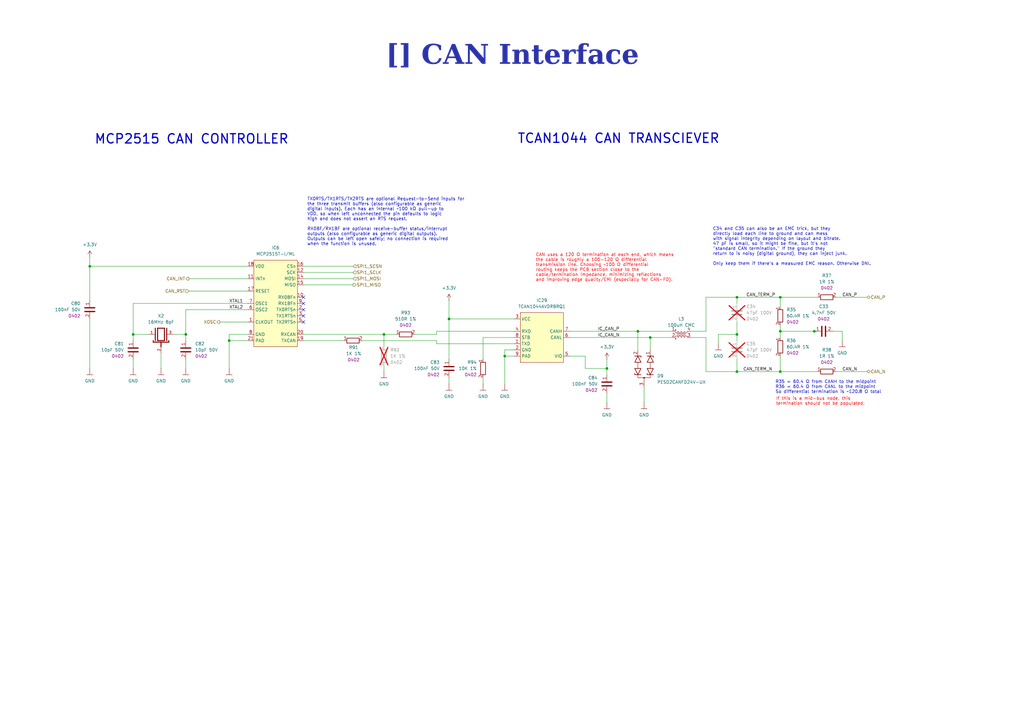
<source format=kicad_sch>
(kicad_sch (version 20250114) (generator "eeschema") (generator_version "9.0")
  (paper "A3")
  (title_block (title "CAN Interface") (date "2026-01-31") (rev "${REVISION}") (company "${COMPANY}"))
  (lib_symbols
    (symbol "DS_Capacitor_0402:100nF 50V 0402"
      (property "Reference" "C" (at 3.81 2.032 0))
      (property "Value" "100nF 50V" (at 3.81 0 0))
      (property "FOOTPRINT_SHORT" "0402" (at 3.81 -2.032 0))
      (symbol "100nF 50V 0402_0_1"
        (polyline (pts (xy -2.032 0.762) (xy 2.032 0.762)) (stroke (width 0.508)))
        (polyline (pts (xy -2.032 -0.762) (xy 2.032 -0.762)) (stroke (width 0.508)))
      )
      (symbol "100nF 50V 0402_1_1"
        (pin passive line (at 0 3.81 270) (length 2.794) (name "~") (number "1"))
        (pin passive line (at 0 -3.81 90) (length 2.794) (name "~") (number "2"))
      )
    )
    (symbol "DS_Capacitor_0402:10pF 50V 0402"
      (property "Reference" "C" (at 3.81 2.032 0))
      (property "Value" "10pF 50V" (at 3.81 0 0))
      (property "FOOTPRINT_SHORT" "0402" (at 3.81 -2.032 0))
      (symbol "10pF 50V 0402_0_1"
        (polyline (pts (xy -2.032 0.762) (xy 2.032 0.762)) (stroke (width 0.508)))
        (polyline (pts (xy -2.032 -0.762) (xy 2.032 -0.762)) (stroke (width 0.508)))
      )
      (symbol "10pF 50V 0402_1_1"
        (pin passive line (at 0 3.81 270) (length 2.794) (name "~") (number "1"))
        (pin passive line (at 0 -3.81 90) (length 2.794) (name "~") (number "2"))
      )
    )
    (symbol "DS_Capacitor_0402:4.7nF 50V 0402"
      (property "Reference" "C" (at 3.81 2.032 0))
      (property "Value" "4.7nF 50V" (at 3.81 0 0))
      (property "FOOTPRINT_SHORT" "0402" (at 3.81 -2.032 0))
      (symbol "4.7nF 50V 0402_0_1"
        (polyline (pts (xy -2.032 0.762) (xy 2.032 0.762)) (stroke (width 0.508)))
        (polyline (pts (xy -2.032 -0.762) (xy 2.032 -0.762)) (stroke (width 0.508)))
      )
      (symbol "4.7nF 50V 0402_1_1"
        (pin passive line (at 0 3.81 270) (length 2.794) (name "~") (number "1"))
        (pin passive line (at 0 -3.81 90) (length 2.794) (name "~") (number "2"))
      )
    )
    (symbol "DS_Capacitor_0402:47pF 100V 0402"
      (property "Reference" "C" (at 3.81 2.032 0))
      (property "Value" "47pF 100V" (at 3.81 0 0))
      (property "FOOTPRINT_SHORT" "0402" (at 3.81 -2.032 0))
      (symbol "47pF 100V 0402_0_1"
        (polyline (pts (xy -2.032 0.762) (xy 2.032 0.762)) (stroke (width 0.508)))
        (polyline (pts (xy -2.032 -0.762) (xy 2.032 -0.762)) (stroke (width 0.508)))
      )
      (symbol "47pF 100V 0402_1_1"
        (pin passive line (at 0 3.81 270) (length 2.794) (name "~") (number "1"))
        (pin passive line (at 0 -3.81 90) (length 2.794) (name "~") (number "2"))
      )
    )
    (symbol "DS_Crystal:16MHz_2016"
      (property "Reference" "X" (at 0 4.318 0))
      (property "Value" "16MHz 8pF" (at 1.778 -4.826 0))
      (symbol "16MHz_2016_0_0"
        (polyline (pts (xy -3.175 -2.54) (xy -3.175 -3.175)) (stroke (width 0.4064)))
        (polyline (pts (xy -3.175 -3.175) (xy 0 -3.175)) (stroke (width 0.4064)))
        (polyline (pts (xy -2.3368 2.54) (xy -2.3368 -2.54)) (stroke (width 0.4064)))
        (polyline (pts (xy -1.397 2.54) (xy -1.397 -2.54)) (stroke (width 0.4064)))
        (polyline (pts (xy -1.397 2.54) (xy 1.397 2.54)) (stroke (width 0.4064)))
        (polyline (pts (xy 0 -3.175) (xy 3.175 -3.175)) (stroke (width 0.4064)))
        (polyline (pts (xy 0 -5.08) (xy 0 -3.175)) (stroke (width 0.4064)))
        (polyline (pts (xy 1.397 2.54) (xy 1.397 -2.54)) (stroke (width 0.4064)))
        (polyline (pts (xy 1.397 -2.54) (xy -1.397 -2.54)) (stroke (width 0.4064)))
        (polyline (pts (xy 2.3368 2.54) (xy 2.3368 -2.54)) (stroke (width 0.4064)))
        (polyline (pts (xy 3.175 -3.175) (xy 3.175 -2.54)) (stroke (width 0.4064)))
        (pin passive line (at -5.08 0 0) (length 2.54) (name "~") (number "1"))
        (pin power_in line (at 0 -7.62 90) (length 2.54) (name "~") (number "2"))
        (pin passive line (at 5.08 0 180) (length 2.54) (name "~") (number "3"))
      )
    )
    (symbol "DS_Diode:PESD2CANFD24V-UX"
      (property "Reference" "D" (at 5.588 1.778 0))
      (property "Value" "PESD2CANFD24V-UX" (at 5.588 -0.254 0))
      (symbol "PESD2CANFD24V-UX_0_1"
        (polyline (pts (xy -3.81 3.81) (xy -1.27 3.81) (xy -1.27 3.302)) (stroke (width 0.254)))
        (polyline (pts (xy -2.54 -1.27) (xy -2.54 1.27)))
        (polyline (pts (xy -1.27 1.27) (xy -3.81 1.27) (xy -2.54 3.81) (xy -1.27 1.27)) (stroke (width 0.254)))
        (polyline (pts (xy 0 6.35) (xy 0 5.08)))
        (polyline (pts (xy 1.27 -1.27) (xy 3.81 -1.27) (xy 2.54 -3.81) (xy 1.27 -1.27)) (stroke (width 0.254)))
        (polyline (pts (xy 2.54 5.08) (xy -2.54 5.08)))
        (polyline (pts (xy 2.54 3.81) (xy 2.54 5.08)) (stroke (width 0.1524)))
        (polyline (pts (xy 2.54 -1.27) (xy 2.54 1.27)))
        (polyline (pts (xy 3.81 -3.81) (xy 1.27 -3.81) (xy 1.27 -3.302)) (stroke (width 0.254)))
        (pin passive line (at 0 8.89 270) (length 2.54) (name "A") (number "3"))
      )
      (symbol "PESD2CANFD24V-UX_1_1"
        (polyline (pts (xy -3.81 -1.27) (xy -1.27 -1.27) (xy -2.54 -3.81) (xy -3.81 -1.27)) (stroke (width 0.254)))
        (polyline (pts (xy -2.54 3.81) (xy -2.54 5.08)) (stroke (width 0.1524)))
        (polyline (pts (xy -1.27 -3.81) (xy -3.81 -3.81) (xy -3.81 -3.302)) (stroke (width 0.254)))
        (circle (center 0 5.08) (radius 0.254) (fill (type outline)))
        (polyline (pts (xy 1.27 3.81) (xy 3.81 3.81) (xy 3.81 3.302)) (stroke (width 0.254)))
        (polyline (pts (xy 3.81 1.27) (xy 1.27 1.27) (xy 2.54 3.81) (xy 3.81 1.27)) (stroke (width 0.254)))
        (pin passive line (at -2.54 -6.35 90) (length 2.54) (name "K1") (number "1"))
        (pin passive line (at 2.54 -6.35 90) (length 2.54) (name "K2") (number "2"))
      )
    )
    (symbol "DS_Inductor:ACT1210D-101-2P-TL00"
      (property "Reference" "L" (at 0 6.604 0))
      (property "Value" "100uH CMC" (at 0 4.318 0))
      (symbol "ACT1210D-101-2P-TL00_0_1"
        (circle (center -2.286 1.778) (radius 0.1301) (stroke (width 0.254)))
        (circle (center -2.286 -1.778) (radius 0.1301) (stroke (width 0.254)))
        (arc (start -1.27 1.27) (mid -1.905 0.6377) (end -2.54 1.27))
        (arc (start -2.54 -1.27) (mid -1.905 -0.6377) (end -1.27 -1.27))
        (polyline (pts (xy -1.778 0.254) (xy 1.778 0.254)))
        (polyline (pts (xy -1.778 -0.254) (xy 1.778 -0.254)))
        (arc (start 0 1.27) (mid -0.635 0.6377) (end -1.27 1.27))
        (arc (start -1.27 -1.27) (mid -0.635 -0.6377) (end 0 -1.27))
        (arc (start 1.27 1.27) (mid 0.635 0.6377) (end 0 1.27))
        (arc (start 0 -1.27) (mid 0.635 -0.6377) (end 1.27 -1.27))
        (arc (start 2.54 1.27) (mid 1.905 0.6377) (end 1.27 1.27))
        (arc (start 1.27 -1.27) (mid 1.905 -0.6377) (end 2.54 -1.27))
      )
      (symbol "ACT1210D-101-2P-TL00_1_1"
        (pin passive line (at -3.81 1.27 0) (length 1.27) (name "") (number "1"))
        (pin passive line (at -3.81 -1.27 0) (length 1.27) (name "") (number "2"))
        (pin passive line (at 3.81 1.27 180) (length 1.27) (name "") (number "4"))
        (pin passive line (at 3.81 -1.27 180) (length 1.27) (name "") (number "3"))
      )
    )
    (symbol "DS_Peripherals:MCP2515T-I/ML"
      (property "Reference" "IC" (at -7.874 19.05 0))
      (property "Value" "MCP2515T-I/ML" (at -0.254 -19.558 0))
      (symbol "MCP2515T-I/ML_0_1"
        (rectangle (start -8.89 17.78) (end 8.89 -17.78) (fill (type background)))
      )
      (symbol "MCP2515T-I/ML_1_1"
        (pin power_in line (at -11.43 15.24 0) (length 2.54) (name "VDD") (number "18"))
        (pin output line (at -11.43 10.16 0) (length 2.54) (name "INTn") (number "11"))
        (pin no_connect line (at -11.43 7.62 0) (length 2.54) (hide yes) (name "NC") (number "13"))
        (pin input line (at -11.43 5.08 0) (length 2.54) (name "RESET") (number "17"))
        (pin no_connect line (at -11.43 2.54 0) (length 2.54) (hide yes) (name "NC") (number "4"))
        (pin input line (at -11.43 0 0) (length 2.54) (name "OSC1") (number "7"))
        (pin output line (at -11.43 -2.54 0) (length 2.54) (name "OSC2") (number "6"))
        (pin output line (at -11.43 -7.62 0) (length 2.54) (name "CLKOUT") (number "1"))
        (pin power_in line (at -11.43 -12.7 0) (length 2.54) (name "GND") (number "8"))
        (pin power_in line (at -11.43 -15.24 0) (length 2.54) (name "PAD") (number "21"))
        (pin input line (at 11.43 15.24 180) (length 2.54) (name "CSn") (number "16"))
        (pin input line (at 11.43 12.7 180) (length 2.54) (name "SCK") (number "12"))
        (pin input line (at 11.43 10.16 180) (length 2.54) (name "MOSI") (number "14"))
        (pin output line (at 11.43 7.62 180) (length 2.54) (name "MISO") (number "15"))
        (pin output line (at 11.43 2.54 180) (length 2.54) (name "RX0BFn") (number "10"))
        (pin output line (at 11.43 0 180) (length 2.54) (name "RX1BFn") (number "9"))
        (pin input line (at 11.43 -2.54 180) (length 2.54) (name "TX0RTSn") (number "2"))
        (pin input line (at 11.43 -5.08 180) (length 2.54) (name "TX1RTSn") (number "3"))
        (pin input line (at 11.43 -7.62 180) (length 2.54) (name "TX2RTSn") (number "5"))
        (pin input line (at 11.43 -12.7 180) (length 2.54) (name "RXCAN") (number "20"))
        (pin output line (at 11.43 -15.24 180) (length 2.54) (name "TXCAN") (number "19"))
      )
    )
    (symbol "DS_Peripherals:TJA1042BTK"
      (property "Reference" "IC" (at -6.858 11.43 0))
      (property "Value" "TCAN1044AVDRBRQ1" (at -0.254 -11.938 0))
      (symbol "TJA1042BTK_0_1"
        (rectangle (start -8.89 10.16) (end 8.89 -10.16) (fill (type background)))
      )
      (symbol "TJA1042BTK_1_1"
        (pin power_in line (at -11.43 7.62 0) (length 2.54) (name "VCC") (number "3"))
        (pin output line (at -11.43 2.54 0) (length 2.54) (name "RXD") (number "4"))
        (pin input line (at -11.43 0 0) (length 2.54) (name "STB") (number "8"))
        (pin input line (at -11.43 -2.54 0) (length 2.54) (name "TXD") (number "1"))
        (pin power_in line (at -11.43 -5.08 0) (length 2.54) (name "GND") (number "2"))
        (pin power_in line (at -11.43 -7.62 0) (length 2.54) (name "PAD") (number "9"))
        (pin input line (at 11.43 2.54 180) (length 2.54) (name "CANH") (number "7"))
        (pin output line (at 11.43 0 180) (length 2.54) (name "CANL") (number "6"))
        (pin output line (at 11.43 -7.62 180) (length 2.54) (name "VIO") (number "5"))
      )
    )
    (symbol "DS_Resistor_0402:10K 1% 0402"
      (property "Reference" "R" (at 2.032 2.032 0))
      (property "Value" "10K 1%" (at 2.032 0 0))
      (property "FOOTPRINT_SHORT" "0402" (at 2.032 -2.032 0))
      (symbol "10K 1% 0402_0_1"
        (rectangle (start -1.016 2.54) (end 1.016 -2.54) (stroke (width 0.254)))
      )
      (symbol "10K 1% 0402_1_1"
        (pin passive line (at 0 3.81 270) (length 1.27) (name "~") (number "1"))
        (pin passive line (at 0 -3.81 90) (length 1.27) (name "~") (number "2"))
      )
    )
    (symbol "DS_Resistor_0402:1K 1% 0402"
      (property "Reference" "R" (at 2.032 2.032 0))
      (property "Value" "1K 1%" (at 2.032 0 0))
      (property "FOOTPRINT_SHORT" "0402" (at 2.032 -2.032 0))
      (symbol "1K 1% 0402_0_1"
        (rectangle (start -1.016 2.54) (end 1.016 -2.54) (stroke (width 0.254)))
      )
      (symbol "1K 1% 0402_1_1"
        (pin passive line (at 0 3.81 270) (length 1.27) (name "~") (number "1"))
        (pin passive line (at 0 -3.81 90) (length 1.27) (name "~") (number "2"))
      )
    )
    (symbol "DS_Resistor_0402:1R 1% 0402"
      (property "Reference" "R" (at 2.032 2.032 0))
      (property "Value" "1R 1%" (at 2.032 0 0))
      (property "FOOTPRINT_SHORT" "0402" (at 2.032 -2.032 0))
      (symbol "1R 1% 0402_0_1"
        (rectangle (start -1.016 2.54) (end 1.016 -2.54) (stroke (width 0.254)))
      )
      (symbol "1R 1% 0402_1_1"
        (pin passive line (at 0 3.81 270) (length 1.27) (name "~") (number "1"))
        (pin passive line (at 0 -3.81 90) (length 1.27) (name "~") (number "2"))
      )
    )
    (symbol "DS_Resistor_0402:510R 1% 0402"
      (property "Reference" "R" (at 2.032 2.032 0))
      (property "Value" "510R 1%" (at 2.032 0 0))
      (property "FOOTPRINT_SHORT" "0402" (at 2.032 -2.032 0))
      (symbol "510R 1% 0402_0_1"
        (rectangle (start -1.016 2.54) (end 1.016 -2.54) (stroke (width 0.254)))
      )
      (symbol "510R 1% 0402_1_1"
        (pin passive line (at 0 3.81 270) (length 1.27) (name "~") (number "1"))
        (pin passive line (at 0 -3.81 90) (length 1.27) (name "~") (number "2"))
      )
    )
    (symbol "DS_Resistor_0402:60.4R 1% 0402"
      (property "Reference" "R" (at 2.032 2.032 0))
      (property "Value" "60.4R 1%" (at 2.032 0 0))
      (property "FOOTPRINT_SHORT" "0402" (at 2.032 -2.032 0))
      (symbol "60.4R 1% 0402_0_1"
        (rectangle (start -1.016 2.54) (end 1.016 -2.54) (stroke (width 0.254)))
      )
      (symbol "60.4R 1% 0402_1_1"
        (pin passive line (at 0 3.81 270) (length 1.27) (name "~") (number "1"))
        (pin passive line (at 0 -3.81 90) (length 1.27) (name "~") (number "2"))
      )
    )
    (symbol "DS_Supply:GND" (power) (pin_numbers (hide yes)) (pin_names (offset 0) (hide yes))
      (property "Value" "GND" (at 0 -3.81 0))
      (symbol "GND_0_1"
        (polyline (pts (xy 0 0) (xy 0 -2.54) (xy 1.27 -2.54) (xy 0 -2.54) (xy -1.27 -2.54) (xy 0 -2.54)))
      )
      (symbol "GND_1_1"
        (pin power_in line (at 0 0 270) (length 0) (name "~") (number "1"))
      )
    )
    (symbol "power:+3.3V" (power) (pin_numbers (hide yes)) (pin_names (offset 0) (hide yes))
      (property "Value" "+3.3V" (at 0 3.556 0))
      (symbol "+3.3V_0_1"
        (polyline (pts (xy -0.762 1.27) (xy 0 2.54)))
        (polyline (pts (xy 0 2.54) (xy 0.762 1.27)))
        (polyline (pts (xy 0 0) (xy 0 2.54)))
      )
      (symbol "+3.3V_1_1"
        (pin power_in line (at 0 0 90) (length 0) (name "~") (number "1"))
      )
    )
  )
  (text "MCP2515 CAN CONTROLLER" (at 38.608 57.15 0) (effects (font (size 3.81 3.81) (thickness 0.508) (bold yes)) (justify left)))
  (text "R35 = 60.4 Ω from CANH to the midpoint\nR36 = 60.4 Ω from CANL to the midpoint\nSo differential termination is ~120.8 Ω total" (at 318.008 158.75 0) (effects (font (size 1.27 1.27)) (justify left)))
  (text "TX0RTS/TX1RTS/TX2RTS are optional Request-to-Send inputs for \nthe three transmit buffers (also configurable as generic \ndigital inputs). Each has an internal ~100 kΩ pull-up to \nVDD, so when left unconnected the pin defaults to logic \nhigh and does not assert an RTS request.\n\nRX0BF/RX1BF are optional receive-buffer status/interrupt \noutputs (also configurable as generic digital outputs). \nOutputs can be left open safely; no connection is required \nwhen the function is unused." (at 125.984 90.932 0) (effects (font (size 1.27 1.27)) (justify left)))
  (text "CAN uses a 120 Ω termination at each end, which means \nthe cable is roughly a 100-120 Ω differential \ntransmission line. Choosing ~100 Ω differential \nrouting keeps the PCB section close to the \ncable/termination impedance, minimizing reflections \nand improving edge quality/EMI (especially for CAN-FD)." (at 219.71 109.728 0) (effects (font (size 1.27 1.27)) (justify left)))
  (text "C34 and C35 can also be an EMC trick, but they \ndirectly load each line to ground and can mess \nwith signal integrity depending on layout and bitrate.\n47 pF is small, so it might be fine, but it's not \n\"standard CAN termination.\" If the ground they \nreturn to is noisy (digital ground), they can inject junk.\n\nOnly keep them if there's a measured EMC reason. Otherwise DNI." (at 292.354 101.092 0) (effects (font (size 1.27 1.27)) (justify left)))
  (text "If this is a mid-bus node, this \ntermination should not be populated." (at 318.262 164.592 0) (effects (font (size 1.27 1.27)) (justify left)))
  (text "TCAN1044 CAN TRANSCIEVER" (at 212.09 56.896 0) (effects (font (size 3.81 3.81) (thickness 0.508) (bold yes)) (justify left)))
  (text_box "[${#}] ${TITLE}" (at 12.7 16.51 0) (size 394.97 12.7) (margins 5.9999 5.9999 5.9999 5.9999) (stroke (width -0.0001)) (effects (font (size 8 8) (thickness 1.2) (bold yes))))
  (junction (at 54.61 137.16))
  (junction (at 334.01 135.89))
  (junction (at 266.7 138.43))
  (junction (at 76.2 137.16))
  (junction (at 320.04 121.92))
  (junction (at 320.04 135.89))
  (junction (at 302.26 121.92))
  (junction (at 320.04 152.4))
  (junction (at 261.62 135.89))
  (junction (at 184.15 130.81))
  (junction (at 302.26 152.4))
  (junction (at 36.83 109.22))
  (junction (at 302.26 137.16))
  (junction (at 93.98 139.7))
  (junction (at 207.01 146.05))
  (junction (at 248.92 151.13))
  (junction (at 157.48 137.16))
  (no_connect (at 124.46 127))
  (no_connect (at 124.46 132.08))
  (no_connect (at 124.46 129.54))
  (no_connect (at 124.46 124.46))
  (no_connect (at 124.46 121.92))
  (wire (pts (xy 302.26 121.92) (xy 320.04 121.92)))
  (wire (pts (xy 36.83 109.22) (xy 101.6 109.22)))
  (wire (pts (xy 184.15 130.81) (xy 184.15 147.32)))
  (wire (pts (xy 248.92 147.32) (xy 248.92 151.13)))
  (wire (pts (xy 289.56 135.89) (xy 289.56 121.92)))
  (wire (pts (xy 266.7 138.43) (xy 275.59 138.43)))
  (wire (pts (xy 264.16 158.75) (xy 264.16 165.1)))
  (wire (pts (xy 93.98 139.7) (xy 101.6 139.7)))
  (wire (pts (xy 179.07 135.89) (xy 210.82 135.89)))
  (wire (pts (xy 240.03 151.13) (xy 248.92 151.13)))
  (wire (pts (xy 184.15 123.19) (xy 184.15 130.81)))
  (wire (pts (xy 179.07 135.89) (xy 179.07 137.16)))
  (wire (pts (xy 320.04 121.92) (xy 335.28 121.92)))
  (wire (pts (xy 334.01 135.89) (xy 320.04 135.89)))
  (wire (pts (xy 179.07 139.7) (xy 179.07 140.97)))
  (wire (pts (xy 233.68 135.89) (xy 261.62 135.89)))
  (wire (pts (xy 124.46 137.16) (xy 157.48 137.16)))
  (wire (pts (xy 289.56 152.4) (xy 302.26 152.4)))
  (wire (pts (xy 198.12 138.43) (xy 198.12 147.32)))
  (wire (pts (xy 248.92 165.1) (xy 248.92 161.29)))
  (wire (pts (xy 66.04 151.13) (xy 66.04 144.78)))
  (wire (pts (xy 320.04 135.89) (xy 320.04 138.43)))
  (wire (pts (xy 320.04 121.92) (xy 320.04 125.73)))
  (wire (pts (xy 207.01 146.05) (xy 210.82 146.05)))
  (wire (pts (xy 54.61 124.46) (xy 101.6 124.46)))
  (wire (pts (xy 157.48 149.86) (xy 157.48 152.4)))
  (wire (pts (xy 71.12 137.16) (xy 76.2 137.16)))
  (wire (pts (xy 283.21 138.43) (xy 289.56 138.43)))
  (wire (pts (xy 233.68 146.05) (xy 240.03 146.05)))
  (wire (pts (xy 124.46 116.84) (xy 144.78 116.84)))
  (wire (pts (xy 240.03 146.05) (xy 240.03 151.13)))
  (wire (pts (xy 198.12 157.48) (xy 198.12 154.94)))
  (wire (pts (xy 148.59 139.7) (xy 179.07 139.7)))
  (wire (pts (xy 335.28 135.89) (xy 334.01 135.89)))
  (wire (pts (xy 342.9 121.92) (xy 355.6 121.92)))
  (wire (pts (xy 302.26 147.32) (xy 302.26 152.4)))
  (wire (pts (xy 124.46 109.22) (xy 144.78 109.22)))
  (wire (pts (xy 124.46 114.3) (xy 144.78 114.3)))
  (wire (pts (xy 54.61 137.16) (xy 54.61 139.7)))
  (wire (pts (xy 248.92 151.13) (xy 248.92 153.67)))
  (wire (pts (xy 345.44 135.89) (xy 345.44 139.7)))
  (wire (pts (xy 124.46 111.76) (xy 144.78 111.76)))
  (wire (pts (xy 320.04 152.4) (xy 335.28 152.4)))
  (wire (pts (xy 184.15 154.94) (xy 184.15 157.48)))
  (wire (pts (xy 101.6 137.16) (xy 93.98 137.16)))
  (wire (pts (xy 207.01 143.51) (xy 210.82 143.51)))
  (wire (pts (xy 261.62 135.89) (xy 275.59 135.89)))
  (wire (pts (xy 93.98 139.7) (xy 93.98 151.13)))
  (wire (pts (xy 76.2 151.13) (xy 76.2 147.32)))
  (wire (pts (xy 207.01 146.05) (xy 207.01 143.51)))
  (wire (pts (xy 36.83 130.81) (xy 36.83 151.13)))
  (wire (pts (xy 320.04 146.05) (xy 320.04 152.4)))
  (wire (pts (xy 179.07 140.97) (xy 210.82 140.97)))
  (wire (pts (xy 76.2 127) (xy 101.6 127)))
  (wire (pts (xy 294.64 137.16) (xy 302.26 137.16)))
  (wire (pts (xy 76.2 127) (xy 76.2 137.16)))
  (wire (pts (xy 90.17 132.08) (xy 101.6 132.08)))
  (wire (pts (xy 266.7 138.43) (xy 266.7 143.51)))
  (wire (pts (xy 179.07 137.16) (xy 170.18 137.16)))
  (wire (pts (xy 93.98 137.16) (xy 93.98 139.7)))
  (wire (pts (xy 283.21 135.89) (xy 289.56 135.89)))
  (wire (pts (xy 261.62 135.89) (xy 261.62 143.51)))
  (wire (pts (xy 36.83 123.19) (xy 36.83 109.22)))
  (wire (pts (xy 140.97 139.7) (xy 124.46 139.7)))
  (wire (pts (xy 36.83 109.22) (xy 36.83 105.41)))
  (wire (pts (xy 157.48 137.16) (xy 157.48 142.24)))
  (wire (pts (xy 77.47 114.3) (xy 101.6 114.3)))
  (wire (pts (xy 345.44 135.89) (xy 341.63 135.89)))
  (wire (pts (xy 294.64 137.16) (xy 294.64 140.97)))
  (wire (pts (xy 302.26 132.08) (xy 302.26 137.16)))
  (wire (pts (xy 210.82 130.81) (xy 184.15 130.81)))
  (wire (pts (xy 320.04 133.35) (xy 320.04 135.89)))
  (wire (pts (xy 302.26 137.16) (xy 302.26 139.7)))
  (wire (pts (xy 210.82 138.43) (xy 198.12 138.43)))
  (wire (pts (xy 54.61 124.46) (xy 54.61 137.16)))
  (wire (pts (xy 233.68 138.43) (xy 266.7 138.43)))
  (wire (pts (xy 342.9 152.4) (xy 355.6 152.4)))
  (wire (pts (xy 289.56 138.43) (xy 289.56 152.4)))
  (wire (pts (xy 60.96 137.16) (xy 54.61 137.16)))
  (wire (pts (xy 289.56 121.92) (xy 302.26 121.92)))
  (wire (pts (xy 77.47 119.38) (xy 101.6 119.38)))
  (wire (pts (xy 207.01 146.05) (xy 207.01 157.48)))
  (wire (pts (xy 54.61 151.13) (xy 54.61 147.32)))
  (wire (pts (xy 302.26 152.4) (xy 320.04 152.4)))
  (wire (pts (xy 162.56 137.16) (xy 157.48 137.16)))
  (wire (pts (xy 302.26 121.92) (xy 302.26 124.46)))
  (wire (pts (xy 76.2 137.16) (xy 76.2 139.7)))
  (label "CAN_TERM_N" (at 304.8 152.4 0))
  (label "CAN_TERM_P" (at 306.07 121.92 0))
  (label "IC_CAN_P" (at 245.11 135.89 0))
  (label "XTAL2" (at 93.98 127 0))
  (label "IC_CAN_N" (at 245.11 138.43 0))
  (label "CAN_N" (at 345.44 152.4 0))
  (label "CAN_P" (at 345.44 121.92 0))
  (label "XTAL1" (at 93.98 124.46 0))
  (hierarchical_label "CAN_INT" (shape output) (at 77.47 114.3 180))
  (hierarchical_label "SPI1_SCLK" (shape input) (at 144.78 111.76 0))
  (hierarchical_label "CAN_N" (shape bidirectional) (at 355.6 152.4 0))
  (hierarchical_label "SPI1_SCSN" (shape input) (at 144.78 109.22 0))
  (hierarchical_label "CAN_RST" (shape input) (at 77.47 119.38 180))
  (hierarchical_label "SPI1_MOSI" (shape input) (at 144.78 114.3 0))
  (hierarchical_label "SPI1_MISO" (shape output) (at 144.78 116.84 0))
  (hierarchical_label "CAN_P" (shape bidirectional) (at 355.6 121.92 0))
  (hierarchical_label "XOSC" (shape output) (at 90.17 132.08 180))
  (symbol (lib_id "DS_Supply:GND") (at 294.64 140.97 0) (unit 1)
    (property "Reference" "#PWR058" (effects (hide yes)))
    (property "Value" "GND" (at 294.64 146.05 0))
    (property "Description" "Power symbol creates a global label with name \"GND\" , ground" (effects (hide yes)))
  )
  (symbol (lib_id "power:+3.3V") (at 36.83 105.41 0) (unit 1)
    (property "Reference" "#PWR0208" (effects (hide yes)))
    (property "Value" "+3.3V" (at 36.83 100.33 0))
    (property "Description" "Power symbol creates a global label with name \"+3.3V\"" (effects (hide yes)))
  )
  (symbol (lib_id "DS_Resistor_0402:1K 1% 0402") (at 157.48 146.05 0) (unit 1) (dnp yes)
    (property "Reference" "R92" (at 160.02 143.5099 0) (effects (justify left)))
    (property "Value" "1K 1%" (at 160.02 146.0499 0) (effects (justify left)))
    (property "Footprint" "Resistor_SMD:R_0402_1005Metric" (effects (hide yes)))
    (property "Description" "62.5mW Thick Film Resistors 50V ±100ppm/℃ ±1% 1kΩ 0402 Chip Resistor - Surface Mount ROHS" (effects (hide yes)))
    (property "LCSC_PART" "C11702" (effects (hide yes)))
    (property "ROHS" "YES" (effects (hide yes)))
    (property "FOOTPRINT_SHORT" "0402" (at 160.02 148.5899 0) (effects (justify left)))
    (property "MFR" "FH" (effects (hide yes)))
  )
  (symbol (lib_id "DS_Resistor_0402:60.4R 1% 0402") (at 320.04 142.24 0) (unit 1)
    (property "Reference" "R36" (at 322.58 139.6999 0) (effects (justify left)))
    (property "Value" "60.4R 1%" (at 322.58 142.2399 0) (effects (justify left)))
    (property "Footprint" "Resistor_SMD:R_0402_1005Metric" (effects (hide yes)))
    (property "Datasheet" "https://jlcpcb.com/api/file/downloadByFileSystemAccessId/8588899745397395456" (effects (hide yes)))
    (property "Description" "50V 60.4Ω 62.5mW Thick Film Resistor ±1% ±100ppm/°C 0402 Chip Resistor - Surface Mount ROHS" (effects (hide yes)))
    (property "LCSC_PART" "C137954" (effects (hide yes)))
    (property "ROHS" "YES" (effects (hide yes)))
    (property "FOOTPRINT_SHORT" "0402" (at 322.58 144.7799 0) (effects (justify left)))
    (property "MFR" "YAGEO" (effects (hide yes)))
    (property "MPN" "RC0402FR-0760R4L" (effects (hide yes)))
  )
  (symbol (lib_id "power:+3.3V") (at 248.92 147.32 0) (unit 1)
    (property "Reference" "#PWR0214" (effects (hide yes)))
    (property "Value" "+3.3V" (at 248.92 142.24 0))
    (property "Description" "Power symbol creates a global label with name \"+3.3V\"" (effects (hide yes)))
  )
  (symbol (lib_id "DS_Supply:GND") (at 345.44 139.7 0) (unit 1)
    (property "Reference" "#PWR057" (effects (hide yes)))
    (property "Value" "GND" (at 345.44 144.78 0))
    (property "Description" "Power symbol creates a global label with name \"GND\" , ground" (effects (hide yes)))
  )
  (symbol (lib_id "DS_Resistor_0402:1R 1% 0402") (at 339.09 121.92 90) (unit 1)
    (property "Reference" "R37" (at 339.09 113.03 90))
    (property "Value" "1R 1%" (at 339.09 115.57 90))
    (property "Footprint" "Resistor_SMD:R_0402_1005Metric" (effects (hide yes)))
    (property "Datasheet" "https://jlcpcb.com/api/file/downloadByFileSystemAccessId/8588903265874956288" (effects (hide yes)))
    (property "Description" "Chip Resistors 0402 1Ω ±1% 1/16W ±200ppm/℃" (effects (hide yes)))
    (property "LCSC_PART" "C185446" (effects (hide yes)))
    (property "ROHS" "YES" (effects (hide yes)))
    (property "FOOTPRINT_SHORT" "0402" (at 339.09 118.11 90))
    (property "MFR" "RALEC" (effects (hide yes)))
    (property "MPN" "RC0402FR-071RL" (effects (hide yes)))
  )
  (symbol (lib_id "DS_Supply:GND") (at 198.12 157.48 0) (unit 1)
    (property "Reference" "#PWR0212" (effects (hide yes)))
    (property "Value" "GND" (at 198.12 162.56 0))
    (property "Description" "Power symbol creates a global label with name \"GND\" , ground" (effects (hide yes)))
  )
  (symbol (lib_id "DS_Peripherals:MCP2515T-I/ML") (at 113.03 124.46 0) (unit 1)
    (property "Reference" "IC6" (at 113.03 101.6 0))
    (property "Value" "MCP2515T-I/ML" (at 113.03 104.14 0))
    (property "Footprint" "DS_Peripherals:QFN-20-1EP_4x4mm_P0.5mm_EP2.7x2.7mm" (effects (hide yes)))
    (property "Datasheet" "https://ww1.microchip.com/downloads/en/DeviceDoc/MCP2515-Stand-Alone-CAN-Controller-with-SPI-20001801J.pdf" (effects (hide yes)))
    (property "Description" "CANbus Controller CAN 2.0 SPI Interface 20-QFN (4x4)" (effects (hide yes)))
    (property "MPN" "MCP2515T-I/ML" (effects (hide yes)))
    (property "MFR" "Microchip Technology" (effects (hide yes)))
    (property "LCSC_PART" "C96140" (effects (hide yes)))
    (property "DIST1" "https://www.digikey.de/en/products/detail/microchip-technology/MCP2515T-I-ML/2601421" (effects (hide yes)))
    (property "ROHS" "YES" (effects (hide yes)))
  )
  (symbol (lib_id "DS_Supply:GND") (at 157.48 152.4 0) (unit 1)
    (property "Reference" "#PWR0209" (effects (hide yes)))
    (property "Value" "GND" (at 157.48 157.48 0))
    (property "Description" "Power symbol creates a global label with name \"GND\" , ground" (effects (hide yes)))
  )
  (symbol (lib_id "DS_Resistor_0402:10K 1% 0402") (at 198.12 151.13 0) (unit 1)
    (property "Reference" "R94" (at 195.58 148.5899 0) (effects (justify right)))
    (property "Value" "10K 1%" (at 195.58 151.1299 0) (effects (justify right)))
    (property "Footprint" "Resistor_SMD:R_0402_1005Metric" (effects (hide yes)))
    (property "Description" "62.5mW Thick Film Resistors 50V ±100ppm/℃ ±1% 10kΩ 0402 Chip Resistor - Surface Mount ROHS" (effects (hide yes)))
    (property "LCSC_PART" "C25744" (effects (hide yes)))
    (property "ROHS" "YES" (effects (hide yes)))
    (property "FOOTPRINT_SHORT" "0402" (at 195.58 153.6699 0) (effects (justify right)))
    (property "MFR" "ROHM" (effects (hide yes)))
  )
  (symbol (lib_id "DS_Supply:GND") (at 54.61 151.13 0) (unit 1)
    (property "Reference" "#PWR0204" (effects (hide yes)))
    (property "Value" "GND" (at 54.61 156.21 0))
    (property "Description" "Power symbol creates a global label with name \"GND\" , ground" (effects (hide yes)))
  )
  (symbol (lib_id "DS_Capacitor_0402:10pF 50V 0402") (at 76.2 143.51 0) (unit 1)
    (property "Reference" "C82" (at 80.01 140.9699 0) (effects (justify left)))
    (property "Value" "10pF 50V" (at 80.01 143.5099 0) (effects (justify left)))
    (property "Footprint" "Capacitor_SMD:C_0402_1005Metric" (effects (hide yes)))
    (property "Description" "10pF 50V C0G ±5% 0402 Multilayer Ceramic Capacitors MLCC - SMD/SMT ROHS" (effects (hide yes)))
    (property "FOOTPRINT_SHORT" "0402" (at 80.01 146.0499 0) (effects (justify left)))
    (property "ROHS" "YES" (effects (hide yes)))
    (property "LCSC_PART" "C466222" (effects (hide yes)))
    (property "MFR" "CCTC" (effects (hide yes)))
  )
  (symbol (lib_id "DS_Supply:GND") (at 207.01 157.48 0) (unit 1)
    (property "Reference" "#PWR0213" (effects (hide yes)))
    (property "Value" "GND" (at 207.01 162.56 0))
    (property "Description" "Power symbol creates a global label with name \"GND\" , ground" (effects (hide yes)))
  )
  (symbol (lib_id "DS_Supply:GND") (at 248.92 165.1 0) (unit 1)
    (property "Reference" "#PWR0215" (effects (hide yes)))
    (property "Value" "GND" (at 248.92 170.18 0))
    (property "Description" "Power symbol creates a global label with name \"GND\" , ground" (effects (hide yes)))
  )
  (symbol (lib_id "DS_Capacitor_0402:47pF 100V 0402") (at 302.26 143.51 0) (unit 1) (in_bom no) (dnp yes)
    (property "Reference" "C35" (at 306.07 140.9699 0) (effects (justify left)))
    (property "Value" "47pF 100V" (at 306.07 143.5099 0) (effects (justify left)))
    (property "Footprint" "Capacitor_SMD:C_0402_1005Metric" (effects (hide yes)))
    (property "Description" "100V 47pF ±5% 0402 Multilayer Ceramic Capacitors MLCC - SMD/SMT ROHS" (effects (hide yes)))
    (property "FOOTPRINT_SHORT" "0402" (at 306.07 146.0499 0) (effects (justify left)))
    (property "ROHS" "YES" (effects (hide yes)))
    (property "LCSC_PART" "C5358466" (effects (hide yes)))
    (property "MFR" "Murata " (effects (hide yes)))
  )
  (symbol (lib_id "DS_Capacitor_0402:100nF 50V 0402") (at 184.15 151.13 0) (mirror y) (unit 1)
    (property "Reference" "C83" (at 180.34 148.5899 0) (effects (justify left)))
    (property "Value" "100nF 50V" (at 180.34 151.1299 0) (effects (justify left)))
    (property "Footprint" "Capacitor_SMD:C_0402_1005Metric" (effects (hide yes)))
    (property "Description" "50V 100nF X7R ±10% 0402 Multilayer Ceramic Capacitors MLCC - SMD/SMT ROHS" (effects (hide yes)))
    (property "FOOTPRINT_SHORT" "0402" (at 180.34 153.6699 0) (effects (justify left)))
    (property "ROHS" "YES" (effects (hide yes)))
    (property "LCSC_PART" "C307331" (effects (hide yes)))
  )
  (symbol (lib_id "DS_Capacitor_0402:4.7nF 50V 0402") (at 337.82 135.89 90) (unit 1)
    (property "Reference" "C33" (at 337.82 125.73 90))
    (property "Value" "4.7nF 50V" (at 337.82 128.27 90))
    (property "Footprint" "Capacitor_SMD:C_0402_1005Metric" (effects (hide yes)))
    (property "Description" "50V 4.7nF X7R ±10% 0402 Multilayer Ceramic Capacitors MLCC - SMD/SMT ROHS" (effects (hide yes)))
    (property "FOOTPRINT_SHORT" "0402" (at 337.82 130.81 90))
    (property "ROHS" "YES" (effects (hide yes)))
    (property "LCSC_PART" "C1538" (effects (hide yes)))
    (property "MFR" "Walsin" (effects (hide yes)))
  )
  (symbol (lib_id "DS_Resistor_0402:510R 1% 0402") (at 166.37 137.16 90) (unit 1)
    (property "Reference" "R93" (at 166.37 128.27 90))
    (property "Value" "510R 1%" (at 166.37 130.81 90))
    (property "Footprint" "Resistor_SMD:R_0402_1005Metric" (effects (hide yes)))
    (property "Datasheet" "https://jlcpcb.com/api/file/downloadByFileSystemAccessId/8579706044791963648" (effects (hide yes)))
    (property "Description" "510Ω 62.5mW Thick Film Resistor ±1% ±100ppm/°C 0402 Chip Resistor - Surface Mount ROHS" (effects (hide yes)))
    (property "LCSC_PART" "C25123" (effects (hide yes)))
    (property "ROHS" "YES" (effects (hide yes)))
    (property "FOOTPRINT_SHORT" "0402" (at 166.37 133.35 90))
    (property "MFR" "UNI-ROYAL" (effects (hide yes)))
    (property "MPN" "0402WGF5100TCE" (effects (hide yes)))
  )
  (symbol (lib_id "DS_Supply:GND") (at 184.15 157.48 0) (unit 1)
    (property "Reference" "#PWR0211" (effects (hide yes)))
    (property "Value" "GND" (at 184.15 162.56 0))
    (property "Description" "Power symbol creates a global label with name \"GND\" , ground" (effects (hide yes)))
  )
  (symbol (lib_id "DS_Supply:GND") (at 264.16 165.1 0) (unit 1)
    (property "Reference" "#PWR0216" (effects (hide yes)))
    (property "Value" "GND" (at 264.16 170.18 0))
    (property "Description" "Power symbol creates a global label with name \"GND\" , ground" (effects (hide yes)))
  )
  (symbol (lib_id "DS_Supply:GND") (at 93.98 151.13 0) (unit 1)
    (property "Reference" "#PWR0207" (effects (hide yes)))
    (property "Value" "GND" (at 93.98 156.21 0))
    (property "Description" "Power symbol creates a global label with name \"GND\" , ground" (effects (hide yes)))
  )
  (symbol (lib_id "DS_Capacitor_0402:100nF 50V 0402") (at 36.83 127 0) (mirror y) (unit 1)
    (property "Reference" "C80" (at 33.02 124.4599 0) (effects (justify left)))
    (property "Value" "100nF 50V" (at 33.02 126.9999 0) (effects (justify left)))
    (property "Footprint" "Capacitor_SMD:C_0402_1005Metric" (effects (hide yes)))
    (property "Description" "50V 100nF X7R ±10% 0402 Multilayer Ceramic Capacitors MLCC - SMD/SMT ROHS" (effects (hide yes)))
    (property "FOOTPRINT_SHORT" "0402" (at 33.02 129.5399 0) (effects (justify left)))
    (property "ROHS" "YES" (effects (hide yes)))
    (property "LCSC_PART" "C307331" (effects (hide yes)))
  )
  (symbol (lib_id "DS_Inductor:ACT1210D-101-2P-TL00") (at 279.4 137.16 0) (unit 1)
    (property "Reference" "L3" (at 279.3984 130.81 0))
    (property "Value" "100uH CMC" (at 279.3984 133.35 0))
    (property "Footprint" "DS_Inductor:ACT1210D-101-2P-TL00" (effects (hide yes)))
    (property "Datasheet" "https://product.tdk.com/system/files/dam/doc/product/emc/emc/cmf_cmc/catalog/cmf_automotive_signal_act1210d_en.pdf" (effects (hide yes)))
    (property "Description" "100 µH @ 100 kHz 2 Line Common Mode Choke Surface Mount 115mA DCR 3Ohm" (effects (hide yes)))
    (property "LCSC_PART" "C3039743" (effects (hide yes)))
    (property "ROHS" "YES" (effects (hide yes)))
    (property "MPN" "ACT1210D-101-2P-TL00" (effects (hide yes)))
    (property "MFR" "TDK Corporation" (effects (hide yes)))
    (property "DIST1" "https://www.digikey.at/en/products/detail/tdk-corporation/act1210d-101-2p-tl00/13672016" (effects (hide yes)))
  )
  (symbol (lib_id "DS_Resistor_0402:1K 1% 0402") (at 144.78 139.7 90) (unit 1)
    (property "Reference" "R91" (at 145.034 142.494 90))
    (property "Value" "1K 1%" (at 145.034 145.034 90))
    (property "Footprint" "Resistor_SMD:R_0402_1005Metric" (effects (hide yes)))
    (property "Description" "62.5mW Thick Film Resistors 50V ±100ppm/℃ ±1% 1kΩ 0402 Chip Resistor - Surface Mount ROHS" (effects (hide yes)))
    (property "LCSC_PART" "C11702" (effects (hide yes)))
    (property "ROHS" "YES" (effects (hide yes)))
    (property "FOOTPRINT_SHORT" "0402" (at 145.034 147.574 90))
    (property "MFR" "FH" (effects (hide yes)))
  )
  (symbol (lib_id "DS_Resistor_0402:1R 1% 0402") (at 339.09 152.4 90) (unit 1)
    (property "Reference" "R38" (at 339.09 143.51 90))
    (property "Value" "1R 1%" (at 339.09 146.05 90))
    (property "Footprint" "Resistor_SMD:R_0402_1005Metric" (effects (hide yes)))
    (property "Datasheet" "https://jlcpcb.com/api/file/downloadByFileSystemAccessId/8588903265874956288" (effects (hide yes)))
    (property "Description" "Chip Resistors 0402 1Ω ±1% 1/16W ±200ppm/℃" (effects (hide yes)))
    (property "LCSC_PART" "C185446" (effects (hide yes)))
    (property "ROHS" "YES" (effects (hide yes)))
    (property "FOOTPRINT_SHORT" "0402" (at 339.09 148.59 90))
    (property "MFR" "RALEC" (effects (hide yes)))
    (property "MPN" "RC0402FR-071RL" (effects (hide yes)))
  )
  (symbol (lib_id "power:+3.3V") (at 184.15 123.19 0) (unit 1)
    (property "Reference" "#PWR0210" (effects (hide yes)))
    (property "Value" "+3.3V" (at 184.15 118.11 0))
    (property "Description" "Power symbol creates a global label with name \"+3.3V\"" (effects (hide yes)))
  )
  (symbol (lib_id "DS_Supply:GND") (at 36.83 151.13 0) (unit 1)
    (property "Reference" "#PWR0203" (effects (hide yes)))
    (property "Value" "GND" (at 36.83 156.21 0))
    (property "Description" "Power symbol creates a global label with name \"GND\" , ground" (effects (hide yes)))
  )
  (symbol (lib_id "DS_Supply:GND") (at 76.2 151.13 0) (unit 1)
    (property "Reference" "#PWR0206" (effects (hide yes)))
    (property "Value" "GND" (at 76.2 156.21 0))
    (property "Description" "Power symbol creates a global label with name \"GND\" , ground" (effects (hide yes)))
  )
  (symbol (lib_id "DS_Capacitor_0402:100nF 50V 0402") (at 248.92 157.48 0) (mirror y) (unit 1)
    (property "Reference" "C84" (at 245.11 154.9399 0) (effects (justify left)))
    (property "Value" "100nF 50V" (at 245.11 157.4799 0) (effects (justify left)))
    (property "Footprint" "Capacitor_SMD:C_0402_1005Metric" (effects (hide yes)))
    (property "Description" "50V 100nF X7R ±10% 0402 Multilayer Ceramic Capacitors MLCC - SMD/SMT ROHS" (effects (hide yes)))
    (property "FOOTPRINT_SHORT" "0402" (at 245.11 160.0199 0) (effects (justify left)))
    (property "ROHS" "YES" (effects (hide yes)))
    (property "LCSC_PART" "C307331" (effects (hide yes)))
  )
  (symbol (lib_id "DS_Capacitor_0402:10pF 50V 0402") (at 54.61 143.51 0) (mirror y) (unit 1)
    (property "Reference" "C81" (at 50.8 140.9699 0) (effects (justify left)))
    (property "Value" "10pF 50V" (at 50.8 143.5099 0) (effects (justify left)))
    (property "Footprint" "Capacitor_SMD:C_0402_1005Metric" (effects (hide yes)))
    (property "Description" "10pF 50V C0G ±5% 0402 Multilayer Ceramic Capacitors MLCC - SMD/SMT ROHS" (effects (hide yes)))
    (property "FOOTPRINT_SHORT" "0402" (at 50.8 146.0499 0) (effects (justify left)))
    (property "ROHS" "YES" (effects (hide yes)))
    (property "LCSC_PART" "C466222" (effects (hide yes)))
    (property "MFR" "CCTC" (effects (hide yes)))
  )
  (symbol (lib_id "DS_Supply:GND") (at 66.04 151.13 0) (unit 1)
    (property "Reference" "#PWR0205" (effects (hide yes)))
    (property "Value" "GND" (at 66.04 156.21 0))
    (property "Description" "Power symbol creates a global label with name \"GND\" , ground" (effects (hide yes)))
  )
  (symbol (lib_id "DS_Resistor_0402:60.4R 1% 0402") (at 320.04 129.54 0) (unit 1)
    (property "Reference" "R35" (at 322.58 126.9999 0) (effects (justify left)))
    (property "Value" "60.4R 1%" (at 322.58 129.5399 0) (effects (justify left)))
    (property "Footprint" "Resistor_SMD:R_0402_1005Metric" (effects (hide yes)))
    (property "Datasheet" "https://jlcpcb.com/api/file/downloadByFileSystemAccessId/8588899745397395456" (effects (hide yes)))
    (property "Description" "50V 60.4Ω 62.5mW Thick Film Resistor ±1% ±100ppm/°C 0402 Chip Resistor - Surface Mount ROHS" (effects (hide yes)))
    (property "LCSC_PART" "C137954" (effects (hide yes)))
    (property "ROHS" "YES" (effects (hide yes)))
    (property "FOOTPRINT_SHORT" "0402" (at 322.58 132.0799 0) (effects (justify left)))
    (property "MFR" "YAGEO" (effects (hide yes)))
    (property "MPN" "RC0402FR-0760R4L" (effects (hide yes)))
  )
  (symbol (lib_id "DS_Peripherals:TJA1042BTK") (at 222.25 138.43 0) (unit 1)
    (property "Reference" "IC29" (at 222.25 123.19 0))
    (property "Value" "TCAN1044AVDRBRQ1" (at 222.25 125.73 0))
    (property "Footprint" "DS_Peripherals:HVSON-8-1EP_3x3mm_P0.65mm_EP1.6x2.4mm" (effects (hide yes)))
    (property "Datasheet" "https://www.ti.com/lit/ds/symlink/tcan1044aev-q1.pdf" (effects (hide yes)))
    (property "Description" "1/1 Transceiver Half CANbus 8-HVSON (3x3)" (effects (hide yes)))
    (property "MPN" "TCAN1044AVDRBRQ1" (effects (hide yes)))
    (property "MFR" "Texas Instruments" (effects (hide yes)))
    (property "LCSC_PART" "C3234119" (effects (hide yes)))
    (property "DIST1" "https://www.digikey.de/en/products/detail/texas-instruments/tcan1044avdrbrq1/14835766" (effects (hide yes)))
    (property "ROHS" "YES" (effects (hide yes)))
  )
  (symbol (lib_id "DS_Crystal:16MHz_2016") (at 66.04 137.16 0) (unit 1)
    (property "Reference" "X2" (at 66.04 129.54 0))
    (property "Value" "16MHz 8pF" (at 66.04 132.08 0))
    (property "Footprint" "DS_Crystal:Crystal_SMD_2016-4Pin_2.0x1.6mm" (effects (hide yes)))
    (property "Datasheet" "https://jlcpcb.com/api/file/downloadByFileSystemAccessId/8588879072148017152" (effects (hide yes)))
    (property "Description" "-40°C~+85°C 16MHz 8pF Crystal Oscillator ±10ppm ±20ppm SMD2016-4P Crystals ROHS" (effects (hide yes)))
    (property "MFR" "NDK (NIHON DEMPA KOGYO CO., LTD)" (effects (hide yes)))
    (property "MPN" "CS07826-16M" (effects (hide yes)))
    (property "LCSC_PART" "C2965577" (effects (hide yes)))
    (property "ROHS" "YES" (effects (hide yes)))
  )
  (symbol (lib_id "DS_Diode:PESD2CANFD24V-UX") (at 264.16 149.86 180) (unit 1)
    (property "Reference" "D9" (at 269.494 154.178 0) (effects (justify right)))
    (property "Value" "PESD2CANFD24V-UX" (at 269.494 156.718 0) (effects (justify right)))
    (property "Footprint" "DS_Diode:SOT-323_SC-70" (effects (hide yes)))
    (property "Datasheet" "https://assets.nexperia.com/documents/data-sheet/PESD2CANFD24V-U.pdf" (effects (hide yes)))
    (property "Description" "42V Clamp 2.6A (8/20µs) Ipp Tvs Diode Surface Mount SOT-323" (effects (hide yes)))
    (property "MPN" "PESD2CANFD24V-UX" (effects (hide yes)))
    (property "MFR" "Nexperia USA Inc." (effects (hide yes)))
    (property "ROHS" "YES" (effects (hide yes)))
    (property "LCSC_PART" "C46970732" (effects (hide yes)))
    (property "DIST1" "https://www.digikey.at/en/products/detail/nexperia-usa-inc/pesd2canfd24v-ux/11487050" (effects (hide yes)))
  )
  (symbol (lib_id "DS_Capacitor_0402:47pF 100V 0402") (at 302.26 128.27 0) (unit 1) (in_bom no) (dnp yes)
    (property "Reference" "C34" (at 306.07 125.7299 0) (effects (justify left)))
    (property "Value" "47pF 100V" (at 306.07 128.2699 0) (effects (justify left)))
    (property "Footprint" "Capacitor_SMD:C_0402_1005Metric" (effects (hide yes)))
    (property "Description" "100V 47pF ±5% 0402 Multilayer Ceramic Capacitors MLCC - SMD/SMT ROHS" (effects (hide yes)))
    (property "FOOTPRINT_SHORT" "0402" (at 306.07 130.8099 0) (effects (justify left)))
    (property "ROHS" "YES" (effects (hide yes)))
    (property "LCSC_PART" "C5358466" (effects (hide yes)))
    (property "MFR" "Murata " (effects (hide yes)))
  )
)
</source>
